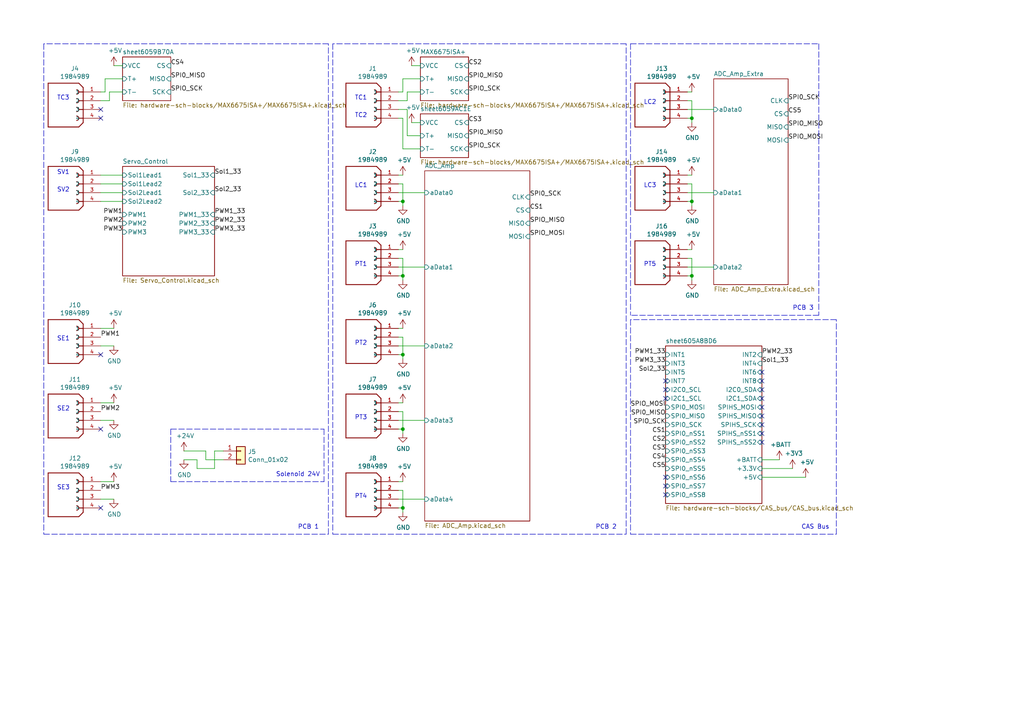
<source format=kicad_sch>
(kicad_sch (version 20211123) (generator eeschema)
  (paper "A4")
  (lib_symbols
    (symbol "Connector_Generic:Conn_01x02" (pin_names (offset 1.016) hide)
      (property "Reference" "J" (at 0 2.54 0))
      (property "Value" "Conn_01x02" (at 0 -5.08 0))
      (symbol "Conn_01x02_1_1"
        (rectangle (start -1.27 -2.413) (end 0 -2.667) (stroke (width 0.1524)))
        (rectangle (start -1.27 0.127) (end 0 -0.127) (stroke (width 0.1524)))
        (rectangle (start -1.27 1.27) (end 1.27 -3.81) (stroke (width 0.254)) (fill (type background)))
        (pin passive line (at -5.08 0 0) (length 3.81) (name "Pin_1") (number "1"))
        (pin passive line (at -5.08 -2.54 0) (length 3.81) (name "Pin_2") (number "2"))
      )
    )
    (symbol "Prop-rescue:1984989-star-common-lib" (pin_names (offset 1.016))
      (property "Reference" "J" (at -5.08 6.35 0))
      (property "Value" "1984989-star-common-lib" (at -5.08 -8.89 0))
      (symbol "1984989-star-common-lib_0_0"
        (polyline (pts (xy -5.08 -7.62) (xy -5.08 5.08)) (stroke (width 0.254)))
        (polyline (pts (xy -5.08 5.08) (xy 3.81 5.08)) (stroke (width 0.254)))
        (polyline (pts (xy 3.81 -7.62) (xy -5.08 -7.62)) (stroke (width 0.254)))
        (polyline (pts (xy 5.08 -6.35) (xy 3.81 -7.62)) (stroke (width 0.254)))
        (polyline (pts (xy 5.08 -5.08) (xy 3.81 -5.08)) (stroke (width 0.254)))
        (polyline (pts (xy 5.08 -2.54) (xy 3.81 -2.54)) (stroke (width 0.254)))
        (polyline (pts (xy 5.08 0) (xy 3.81 0)) (stroke (width 0.254)))
        (polyline (pts (xy 5.08 2.54) (xy 3.81 2.54)) (stroke (width 0.254)))
        (polyline (pts (xy 5.08 2.54) (xy 5.08 -6.35)) (stroke (width 0.254)))
        (polyline (pts (xy 5.08 3.81) (xy 3.81 5.08)) (stroke (width 0.254)))
        (polyline (pts (xy 5.08 3.81) (xy 5.08 2.54)) (stroke (width 0.254)))
        (arc (start 3.175 -5.715) (mid 3.81 -5.08) (end 3.175 -4.445) (stroke (width 0.254)))
        (arc (start 3.175 -3.175) (mid 3.81 -2.54) (end 3.175 -1.905) (stroke (width 0.254)))
        (arc (start 3.175 -0.635) (mid 3.81 0) (end 3.175 0.635) (stroke (width 0.254)))
        (arc (start 3.175 1.905) (mid 3.81 2.54) (end 3.175 3.175) (stroke (width 0.254)))
        (pin passive line (at 10.16 2.54 180) (length 5.08) (name "1") (number "1"))
        (pin passive line (at 10.16 0 180) (length 5.08) (name "2") (number "2"))
        (pin passive line (at 10.16 -2.54 180) (length 5.08) (name "3") (number "3"))
        (pin passive line (at 10.16 -5.08 180) (length 5.08) (name "4") (number "4"))
      )
    )
    (symbol "power:+24V" (power) (pin_names (offset 0))
      (property "Value" "+24V" (at 0 3.556 0))
      (symbol "+24V_0_1"
        (polyline (pts (xy -0.762 1.27) (xy 0 2.54)))
        (polyline (pts (xy 0 0) (xy 0 2.54)))
        (polyline (pts (xy 0 2.54) (xy 0.762 1.27)))
      )
      (symbol "+24V_1_1"
        (pin power_in line (at 0 0 90) (length 0) hide (name "+24V") (number "1"))
      )
    )
    (symbol "power:+3V3" (power) (pin_names (offset 0))
      (property "Value" "+3V3" (at 0 3.556 0))
      (symbol "+3V3_0_1"
        (polyline (pts (xy -0.762 1.27) (xy 0 2.54)))
        (polyline (pts (xy 0 0) (xy 0 2.54)))
        (polyline (pts (xy 0 2.54) (xy 0.762 1.27)))
      )
      (symbol "+3V3_1_1"
        (pin power_in line (at 0 0 90) (length 0) hide (name "+3V3") (number "1"))
      )
    )
    (symbol "power:+5V" (power) (pin_names (offset 0))
      (property "Value" "+5V" (at 0 3.556 0))
      (symbol "+5V_0_1"
        (polyline (pts (xy -0.762 1.27) (xy 0 2.54)))
        (polyline (pts (xy 0 0) (xy 0 2.54)))
        (polyline (pts (xy 0 2.54) (xy 0.762 1.27)))
      )
      (symbol "+5V_1_1"
        (pin power_in line (at 0 0 90) (length 0) hide (name "+5V") (number "1"))
      )
    )
    (symbol "power:+BATT" (power) (pin_names (offset 0))
      (property "Value" "+BATT" (at 0 3.556 0))
      (symbol "+BATT_0_1"
        (polyline (pts (xy -0.762 1.27) (xy 0 2.54)))
        (polyline (pts (xy 0 0) (xy 0 2.54)))
        (polyline (pts (xy 0 2.54) (xy 0.762 1.27)))
      )
      (symbol "+BATT_1_1"
        (pin power_in line (at 0 0 90) (length 0) hide (name "+BATT") (number "1"))
      )
    )
    (symbol "power:GND" (power) (pin_names (offset 0))
      (property "Value" "GND" (at 0 -3.81 0))
      (symbol "GND_0_1"
        (polyline (pts (xy 0 0) (xy 0 -1.27) (xy 1.27 -1.27) (xy 0 -2.54) (xy -1.27 -1.27) (xy 0 -1.27)))
      )
      (symbol "GND_1_1"
        (pin power_in line (at 0 0 270) (length 0) hide (name "GND") (number "1"))
      )
    )
  )
  (junction (at 116.84 102.87))
  (junction (at 200.66 34.29))
  (junction (at 116.84 147.32))
  (junction (at 116.84 58.42))
  (junction (at 116.84 80.01))
  (junction (at 200.66 58.42))
  (junction (at 116.84 124.46))
  (junction (at 200.66 80.01))
  (no_connect (at 220.98 125.73))
  (no_connect (at 220.98 118.11))
  (no_connect (at 29.21 102.87))
  (no_connect (at 220.98 120.65))
  (no_connect (at 220.98 113.03))
  (no_connect (at 193.04 143.51))
  (no_connect (at 193.04 110.49))
  (no_connect (at 220.98 128.27))
  (no_connect (at 193.04 113.03))
  (no_connect (at 193.04 115.57))
  (no_connect (at 220.98 110.49))
  (no_connect (at 220.98 115.57))
  (no_connect (at 29.21 124.46))
  (no_connect (at 220.98 123.19))
  (no_connect (at 29.21 147.32))
  (no_connect (at 220.98 107.95))
  (no_connect (at 193.04 138.43))
  (no_connect (at 29.21 31.75))
  (no_connect (at 193.04 140.97))
  (no_connect (at 29.21 34.29))
  (wire (pts (xy 200.66 59.69) (xy 200.66 58.42)))
  (wire (pts (xy 116.84 53.34) (xy 115.57 53.34)))
  (wire (pts (xy 115.57 80.01) (xy 116.84 80.01)))
  (wire (pts (xy 200.66 81.28) (xy 200.66 80.01)))
  (wire (pts (xy 200.66 53.34) (xy 199.39 53.34)))
  (wire (pts (xy 115.57 34.29) (xy 116.84 34.29)))
  (wire (pts (xy 31.75 29.21) (xy 31.75 26.67)))
  (polyline (pts (xy 242.57 154.94) (xy 242.57 92.71)))
  (wire (pts (xy 33.02 121.92) (xy 29.21 121.92)))
  (wire (pts (xy 57.15 133.35) (xy 57.15 135.89)))
  (wire (pts (xy 59.69 130.81) (xy 59.69 133.35)))
  (wire (pts (xy 199.39 31.75) (xy 207.01 31.75)))
  (wire (pts (xy 118.11 31.75) (xy 118.11 39.37)))
  (wire (pts (xy 199.39 55.88) (xy 207.01 55.88)))
  (wire (pts (xy 31.75 26.67) (xy 35.56 26.67)))
  (wire (pts (xy 35.56 58.42) (xy 29.21 58.42)))
  (wire (pts (xy 199.39 34.29) (xy 200.66 34.29)))
  (wire (pts (xy 116.84 147.32) (xy 116.84 142.24)))
  (wire (pts (xy 116.84 104.14) (xy 116.84 102.87)))
  (polyline (pts (xy 182.88 154.94) (xy 242.57 154.94)))
  (wire (pts (xy 116.84 81.28) (xy 116.84 80.01)))
  (wire (pts (xy 116.84 95.25) (xy 115.57 95.25)))
  (wire (pts (xy 233.68 138.43) (xy 220.98 138.43)))
  (wire (pts (xy 35.56 53.34) (xy 29.21 53.34)))
  (wire (pts (xy 116.84 119.38) (xy 115.57 119.38)))
  (polyline (pts (xy 95.25 12.7) (xy 12.7 12.7)))
  (wire (pts (xy 29.21 116.84) (xy 33.02 116.84)))
  (wire (pts (xy 200.66 26.67) (xy 199.39 26.67)))
  (wire (pts (xy 116.84 58.42) (xy 116.84 53.34)))
  (wire (pts (xy 116.84 102.87) (xy 116.84 97.79)))
  (wire (pts (xy 119.38 35.56) (xy 121.92 35.56)))
  (wire (pts (xy 115.57 55.88) (xy 123.19 55.88)))
  (wire (pts (xy 53.34 130.81) (xy 59.69 130.81)))
  (wire (pts (xy 59.69 133.35) (xy 64.77 133.35)))
  (wire (pts (xy 115.57 144.78) (xy 123.19 144.78)))
  (wire (pts (xy 118.11 39.37) (xy 121.92 39.37)))
  (polyline (pts (xy 49.53 124.46) (xy 49.53 139.7)))
  (wire (pts (xy 199.39 58.42) (xy 200.66 58.42)))
  (wire (pts (xy 62.23 130.81) (xy 64.77 130.81)))
  (polyline (pts (xy 242.57 92.71) (xy 182.88 92.71)))
  (polyline (pts (xy 182.88 12.7) (xy 237.49 12.7)))
  (polyline (pts (xy 237.49 12.7) (xy 237.49 91.44)))
  (wire (pts (xy 119.38 19.05) (xy 121.92 19.05)))
  (wire (pts (xy 116.84 22.86) (xy 121.92 22.86)))
  (wire (pts (xy 220.98 133.35) (xy 226.06 133.35)))
  (wire (pts (xy 116.84 80.01) (xy 116.84 74.93)))
  (wire (pts (xy 200.66 29.21) (xy 199.39 29.21)))
  (wire (pts (xy 116.84 97.79) (xy 115.57 97.79)))
  (polyline (pts (xy 96.52 154.94) (xy 181.61 154.94)))
  (wire (pts (xy 199.39 77.47) (xy 207.01 77.47)))
  (wire (pts (xy 29.21 50.8) (xy 35.56 50.8)))
  (wire (pts (xy 199.39 80.01) (xy 200.66 80.01)))
  (wire (pts (xy 115.57 77.47) (xy 123.19 77.47)))
  (wire (pts (xy 116.84 50.8) (xy 115.57 50.8)))
  (polyline (pts (xy 12.7 12.7) (xy 12.7 154.94)))
  (polyline (pts (xy 181.61 12.7) (xy 96.52 12.7)))
  (wire (pts (xy 116.84 124.46) (xy 116.84 119.38)))
  (wire (pts (xy 115.57 26.67) (xy 116.84 26.67)))
  (wire (pts (xy 33.02 139.7) (xy 29.21 139.7)))
  (wire (pts (xy 116.84 142.24) (xy 115.57 142.24)))
  (wire (pts (xy 116.84 34.29) (xy 116.84 43.18)))
  (polyline (pts (xy 237.49 91.44) (xy 182.88 91.44)))
  (wire (pts (xy 33.02 95.25) (xy 29.21 95.25)))
  (polyline (pts (xy 49.53 139.7) (xy 93.98 139.7)))
  (wire (pts (xy 118.11 29.21) (xy 115.57 29.21)))
  (wire (pts (xy 116.84 72.39) (xy 115.57 72.39)))
  (wire (pts (xy 33.02 144.78) (xy 29.21 144.78)))
  (polyline (pts (xy 181.61 154.94) (xy 181.61 12.7)))
  (wire (pts (xy 116.84 139.7) (xy 115.57 139.7)))
  (polyline (pts (xy 96.52 12.7) (xy 96.52 154.94)))
  (polyline (pts (xy 182.88 12.7) (xy 182.88 91.44)))
  (wire (pts (xy 116.84 26.67) (xy 116.84 22.86)))
  (wire (pts (xy 115.57 58.42) (xy 116.84 58.42)))
  (wire (pts (xy 29.21 55.88) (xy 35.56 55.88)))
  (wire (pts (xy 33.02 100.33) (xy 29.21 100.33)))
  (wire (pts (xy 115.57 102.87) (xy 116.84 102.87)))
  (wire (pts (xy 200.66 50.8) (xy 199.39 50.8)))
  (wire (pts (xy 115.57 31.75) (xy 118.11 31.75)))
  (wire (pts (xy 57.15 135.89) (xy 62.23 135.89)))
  (polyline (pts (xy 93.98 124.46) (xy 93.98 139.7)))
  (wire (pts (xy 200.66 58.42) (xy 200.66 53.34)))
  (polyline (pts (xy 95.25 154.94) (xy 95.25 12.7)))
  (wire (pts (xy 200.66 72.39) (xy 199.39 72.39)))
  (polyline (pts (xy 12.7 154.94) (xy 95.25 154.94)))
  (wire (pts (xy 30.48 22.86) (xy 30.48 26.67)))
  (wire (pts (xy 115.57 100.33) (xy 123.19 100.33)))
  (wire (pts (xy 116.84 116.84) (xy 115.57 116.84)))
  (polyline (pts (xy 49.53 124.46) (xy 93.98 124.46)))
  (polyline (pts (xy 182.88 92.71) (xy 182.88 154.94)))
  (wire (pts (xy 116.84 125.73) (xy 116.84 124.46)))
  (wire (pts (xy 121.92 26.67) (xy 118.11 26.67)))
  (wire (pts (xy 116.84 43.18) (xy 121.92 43.18)))
  (wire (pts (xy 30.48 22.86) (xy 35.56 22.86)))
  (wire (pts (xy 30.48 26.67) (xy 29.21 26.67)))
  (wire (pts (xy 116.84 148.59) (xy 116.84 147.32)))
  (wire (pts (xy 200.66 80.01) (xy 200.66 74.93)))
  (wire (pts (xy 229.87 135.89) (xy 220.98 135.89)))
  (wire (pts (xy 53.34 133.35) (xy 57.15 133.35)))
  (wire (pts (xy 116.84 74.93) (xy 115.57 74.93)))
  (wire (pts (xy 200.66 74.93) (xy 199.39 74.93)))
  (wire (pts (xy 200.66 34.29) (xy 200.66 29.21)))
  (wire (pts (xy 200.66 35.56) (xy 200.66 34.29)))
  (wire (pts (xy 29.21 29.21) (xy 31.75 29.21)))
  (wire (pts (xy 62.23 135.89) (xy 62.23 130.81)))
  (wire (pts (xy 35.56 19.05) (xy 33.02 19.05)))
  (wire (pts (xy 118.11 26.67) (xy 118.11 29.21)))
  (wire (pts (xy 115.57 121.92) (xy 123.19 121.92)))
  (wire (pts (xy 116.84 59.69) (xy 116.84 58.42)))
  (wire (pts (xy 115.57 147.32) (xy 116.84 147.32)))
  (wire (pts (xy 115.57 124.46) (xy 116.84 124.46)))
  (text "PCB 2" (at 172.72 153.67 0) (effects (font (size 1.27 1.27)) (justify left bottom)))
  (text "TC2" (at 102.87 34.29 0) (effects (font (size 1.27 1.27)) (justify left bottom)))
  (text "PCB 3" (at 229.87 90.17 0) (effects (font (size 1.27 1.27)) (justify left bottom)))
  (text "SV2" (at 16.51 55.88 0) (effects (font (size 1.27 1.27)) (justify left bottom)))
  (text "SE2" (at 16.51 119.38 0) (effects (font (size 1.27 1.27)) (justify left bottom)))
  (text "SV1" (at 16.51 50.8 0) (effects (font (size 1.27 1.27)) (justify left bottom)))
  (text "PT4" (at 102.87 144.78 0) (effects (font (size 1.27 1.27)) (justify left bottom)))
  (text "PCB 1" (at 86.36 153.67 0) (effects (font (size 1.27 1.27)) (justify left bottom)))
  (text "PT1" (at 102.87 77.47 0) (effects (font (size 1.27 1.27)) (justify left bottom)))
  (text "PT3" (at 102.87 121.92 0) (effects (font (size 1.27 1.27)) (justify left bottom)))
  (text "PT2" (at 102.87 100.33 0) (effects (font (size 1.27 1.27)) (justify left bottom)))
  (text "TC1" (at 102.87 29.21 0) (effects (font (size 1.27 1.27)) (justify left bottom)))
  (text "PT5" (at 186.69 77.47 0) (effects (font (size 1.27 1.27)) (justify left bottom)))
  (text "LC3" (at 186.69 54.61 0) (effects (font (size 1.27 1.27)) (justify left bottom)))
  (text "SE1" (at 16.51 99.06 0) (effects (font (size 1.27 1.27)) (justify left bottom)))
  (text "Solenoid 24V" (at 80.01 138.43 0) (effects (font (size 1.27 1.27)) (justify left bottom)))
  (text "LC2" (at 186.69 30.48 0) (effects (font (size 1.27 1.27)) (justify left bottom)))
  (text "SE3" (at 16.51 142.24 0) (effects (font (size 1.27 1.27)) (justify left bottom)))
  (text "CAS Bus" (at 232.41 153.67 0) (effects (font (size 1.27 1.27)) (justify left bottom)))
  (text "LC1" (at 102.87 54.61 0) (effects (font (size 1.27 1.27)) (justify left bottom)))
  (text "TC3" (at 16.51 29.21 0) (effects (font (size 1.27 1.27)) (justify left bottom)))
  (label "PWM2" (at 35.56 64.77 180))
  (label "SPIO_MOSI" (at 193.04 118.11 180))
  (label "CS3" (at 193.04 130.81 180))
  (label "PWM3" (at 29.21 142.24 0))
  (label "Sol2_33" (at 62.23 55.88 0))
  (label "PWM1" (at 29.21 97.79 0))
  (label "PWM1_33" (at 193.04 102.87 180))
  (label "CS3" (at 135.89 35.56 0))
  (label "SPI0_SCK" (at 153.67 57.15 0))
  (label "PWM2_33" (at 220.98 102.87 0))
  (label "SPIO_SCK" (at 49.53 26.67 0))
  (label "CS5" (at 193.04 135.89 180))
  (label "Sol1_33" (at 220.98 105.41 0))
  (label "SPI0_MISO" (at 135.89 39.37 0))
  (label "Sol2_33" (at 193.04 107.95 180))
  (label "SPIO_MOSI" (at 228.6 40.64 0))
  (label "CS1" (at 193.04 125.73 180))
  (label "CS2" (at 135.89 19.05 0))
  (label "PWM1" (at 35.56 62.23 180))
  (label "SPIO_SCK" (at 193.04 123.19 180))
  (label "SPI0_SCK" (at 228.6 29.21 0))
  (label "PWM2_33" (at 62.23 64.77 0))
  (label "SPI0_MISO" (at 135.89 22.86 0))
  (label "PWM3" (at 35.56 67.31 180))
  (label "SPIO_MISO" (at 153.67 64.77 0))
  (label "CS4" (at 49.53 19.05 0))
  (label "CS1" (at 153.67 60.96 0))
  (label "Sol1_33" (at 62.23 50.8 0))
  (label "CS4" (at 193.04 133.35 180))
  (label "PWM2" (at 29.21 119.38 0))
  (label "SPIO_SCK" (at 135.89 26.67 0))
  (label "SPI0_MISO" (at 193.04 120.65 180))
  (label "PWM3_33" (at 193.04 105.41 180))
  (label "SPIO_SCK" (at 135.89 43.18 0))
  (label "SPIO_MOSI" (at 153.67 68.58 0))
  (label "CS5" (at 228.6 33.02 0))
  (label "CS2" (at 193.04 128.27 180))
  (label "SPIO_MISO" (at 228.6 36.83 0))
  (label "SPI0_MISO" (at 49.53 22.86 0))
  (label "PWM3_33" (at 62.23 67.31 0))
  (label "PWM1_33" (at 62.23 62.23 0))
  (symbol (lib_id "Prop-rescue:1984989-star-common-lib") (at 105.41 29.21 0) (unit 1)
    (property "Reference" "J1" (at 108.077 19.8882 0))
    (property "Value" "1984989" (at 108.077 22.1996 0))
    (property "Footprint" "star-common-lib:PHOENIX_1984989" (effects hide))
    (property "Datasheet" "https://media.digikey.com/pdf/Data%20Sheets/Phoenix%20Contact%20PDFs/COMBICON%20Spring-Cage%20PCB%20Term.%20Blocks.pdf" (effects hide))
    (property "MAXIMUM_PACKAGE_HEIGHT" "13.1mm" (effects hide))
    (property "MANUFACTURER" "Phoenix Contact" (effects hide))
    (property "PARTREV" "2018-11-03" (effects hide))
    (property "STANDARD" "Manufacturer recommendations" (effects hide))
  )
  (symbol (lib_id "Prop-rescue:1984989-star-common-lib") (at 19.05 29.21 0) (unit 1)
    (property "Reference" "J4" (at 21.717 19.8882 0))
    (property "Value" "1984989" (at 21.717 22.1996 0))
    (property "Footprint" "star-common-lib:PHOENIX_1984989" (effects hide))
    (property "Datasheet" "https://media.digikey.com/pdf/Data%20Sheets/Phoenix%20Contact%20PDFs/COMBICON%20Spring-Cage%20PCB%20Term.%20Blocks.pdf" (effects hide))
    (property "MAXIMUM_PACKAGE_HEIGHT" "13.1mm" (effects hide))
    (property "MANUFACTURER" "Phoenix Contact" (effects hide))
    (property "PARTREV" "2018-11-03" (effects hide))
    (property "STANDARD" "Manufacturer recommendations" (effects hide))
  )
  (symbol (lib_id "Prop-rescue:1984989-star-common-lib") (at 105.41 53.34 0) (unit 1)
    (property "Reference" "J2" (at 108.077 44.0182 0))
    (property "Value" "1984989" (at 108.077 46.3296 0))
    (property "Footprint" "star-common-lib:PHOENIX_1984989" (effects hide))
    (property "Datasheet" "https://media.digikey.com/pdf/Data%20Sheets/Phoenix%20Contact%20PDFs/COMBICON%20Spring-Cage%20PCB%20Term.%20Blocks.pdf" (effects hide))
    (property "MAXIMUM_PACKAGE_HEIGHT" "13.1mm" (effects hide))
    (property "MANUFACTURER" "Phoenix Contact" (effects hide))
    (property "PARTREV" "2018-11-03" (effects hide))
    (property "STANDARD" "Manufacturer recommendations" (effects hide))
  )
  (symbol (lib_id "power:+3V3") (at 229.87 135.89 0) (unit 1)
    (property "Reference" "#PWR0107" (effects hide))
    (property "Value" "+3V3" (at 230.251 131.4958 0))
  )
  (symbol (lib_id "power:+BATT") (at 226.06 133.35 0) (unit 1)
    (property "Reference" "#PWR0108" (effects hide))
    (property "Value" "+BATT" (at 226.441 128.9558 0))
  )
  (symbol (lib_id "power:+5V") (at 233.68 138.43 0) (unit 1)
    (property "Reference" "#PWR0109" (effects hide))
    (property "Value" "+5V" (at 234.061 134.0358 0))
  )
  (symbol (lib_id "power:+5V") (at 119.38 35.56 0) (unit 1)
    (property "Reference" "#PWR0110" (effects hide))
    (property "Value" "+5V" (at 119.761 31.1658 0))
  )
  (symbol (lib_id "power:+5V") (at 119.38 19.05 0) (unit 1)
    (property "Reference" "#PWR0111" (effects hide))
    (property "Value" "+5V" (at 119.761 14.6558 0))
  )
  (symbol (lib_id "power:+5V") (at 33.02 19.05 0) (unit 1)
    (property "Reference" "#PWR0112" (effects hide))
    (property "Value" "+5V" (at 33.401 14.6558 0))
  )
  (symbol (lib_id "Prop-rescue:1984989-star-common-lib") (at 105.41 74.93 0) (unit 1)
    (property "Reference" "J3" (at 108.077 65.6082 0))
    (property "Value" "1984989" (at 108.077 67.9196 0))
    (property "Footprint" "star-common-lib:PHOENIX_1984989" (effects hide))
    (property "Datasheet" "https://media.digikey.com/pdf/Data%20Sheets/Phoenix%20Contact%20PDFs/COMBICON%20Spring-Cage%20PCB%20Term.%20Blocks.pdf" (effects hide))
    (property "MAXIMUM_PACKAGE_HEIGHT" "13.1mm" (effects hide))
    (property "MANUFACTURER" "Phoenix Contact" (effects hide))
    (property "PARTREV" "2018-11-03" (effects hide))
    (property "STANDARD" "Manufacturer recommendations" (effects hide))
  )
  (symbol (lib_id "Prop-rescue:1984989-star-common-lib") (at 105.41 97.79 0) (unit 1)
    (property "Reference" "J6" (at 108.077 88.4682 0))
    (property "Value" "1984989" (at 108.077 90.7796 0))
    (property "Footprint" "star-common-lib:PHOENIX_1984989" (effects hide))
    (property "Datasheet" "https://media.digikey.com/pdf/Data%20Sheets/Phoenix%20Contact%20PDFs/COMBICON%20Spring-Cage%20PCB%20Term.%20Blocks.pdf" (effects hide))
    (property "MAXIMUM_PACKAGE_HEIGHT" "13.1mm" (effects hide))
    (property "MANUFACTURER" "Phoenix Contact" (effects hide))
    (property "PARTREV" "2018-11-03" (effects hide))
    (property "STANDARD" "Manufacturer recommendations" (effects hide))
  )
  (symbol (lib_id "Prop-rescue:1984989-star-common-lib") (at 105.41 119.38 0) (unit 1)
    (property "Reference" "J7" (at 108.077 110.0582 0))
    (property "Value" "1984989" (at 108.077 112.3696 0))
    (property "Footprint" "star-common-lib:PHOENIX_1984989" (effects hide))
    (property "Datasheet" "https://media.digikey.com/pdf/Data%20Sheets/Phoenix%20Contact%20PDFs/COMBICON%20Spring-Cage%20PCB%20Term.%20Blocks.pdf" (effects hide))
    (property "MAXIMUM_PACKAGE_HEIGHT" "13.1mm" (effects hide))
    (property "MANUFACTURER" "Phoenix Contact" (effects hide))
    (property "PARTREV" "2018-11-03" (effects hide))
    (property "STANDARD" "Manufacturer recommendations" (effects hide))
  )
  (symbol (lib_id "Prop-rescue:1984989-star-common-lib") (at 105.41 142.24 0) (unit 1)
    (property "Reference" "J8" (at 108.077 132.9182 0))
    (property "Value" "1984989" (at 108.077 135.2296 0))
    (property "Footprint" "star-common-lib:PHOENIX_1984989" (effects hide))
    (property "Datasheet" "https://media.digikey.com/pdf/Data%20Sheets/Phoenix%20Contact%20PDFs/COMBICON%20Spring-Cage%20PCB%20Term.%20Blocks.pdf" (effects hide))
    (property "MAXIMUM_PACKAGE_HEIGHT" "13.1mm" (effects hide))
    (property "MANUFACTURER" "Phoenix Contact" (effects hide))
    (property "PARTREV" "2018-11-03" (effects hide))
    (property "STANDARD" "Manufacturer recommendations" (effects hide))
  )
  (symbol (lib_id "Prop-rescue:1984989-star-common-lib") (at 19.05 53.34 0) (unit 1)
    (property "Reference" "J9" (at 21.717 44.0182 0))
    (property "Value" "1984989" (at 21.717 46.3296 0))
    (property "Footprint" "star-common-lib:PHOENIX_1984989" (effects hide))
    (property "Datasheet" "https://media.digikey.com/pdf/Data%20Sheets/Phoenix%20Contact%20PDFs/COMBICON%20Spring-Cage%20PCB%20Term.%20Blocks.pdf" (effects hide))
    (property "MAXIMUM_PACKAGE_HEIGHT" "13.1mm" (effects hide))
    (property "MANUFACTURER" "Phoenix Contact" (effects hide))
    (property "PARTREV" "2018-11-03" (effects hide))
    (property "STANDARD" "Manufacturer recommendations" (effects hide))
  )
  (symbol (lib_id "Prop-rescue:1984989-star-common-lib") (at 19.05 97.79 0) (unit 1)
    (property "Reference" "J10" (at 21.717 88.4682 0))
    (property "Value" "1984989" (at 21.717 90.7796 0))
    (property "Footprint" "star-common-lib:PHOENIX_1984989" (effects hide))
    (property "Datasheet" "https://media.digikey.com/pdf/Data%20Sheets/Phoenix%20Contact%20PDFs/COMBICON%20Spring-Cage%20PCB%20Term.%20Blocks.pdf" (effects hide))
    (property "MAXIMUM_PACKAGE_HEIGHT" "13.1mm" (effects hide))
    (property "MANUFACTURER" "Phoenix Contact" (effects hide))
    (property "PARTREV" "2018-11-03" (effects hide))
    (property "STANDARD" "Manufacturer recommendations" (effects hide))
  )
  (symbol (lib_id "Prop-rescue:1984989-star-common-lib") (at 19.05 119.38 0) (unit 1)
    (property "Reference" "J11" (at 21.717 110.0582 0))
    (property "Value" "1984989" (at 21.717 112.3696 0))
    (property "Footprint" "star-common-lib:PHOENIX_1984989" (effects hide))
    (property "Datasheet" "https://media.digikey.com/pdf/Data%20Sheets/Phoenix%20Contact%20PDFs/COMBICON%20Spring-Cage%20PCB%20Term.%20Blocks.pdf" (effects hide))
    (property "MAXIMUM_PACKAGE_HEIGHT" "13.1mm" (effects hide))
    (property "MANUFACTURER" "Phoenix Contact" (effects hide))
    (property "PARTREV" "2018-11-03" (effects hide))
    (property "STANDARD" "Manufacturer recommendations" (effects hide))
  )
  (symbol (lib_id "Prop-rescue:1984989-star-common-lib") (at 19.05 142.24 0) (unit 1)
    (property "Reference" "J12" (at 21.717 132.9182 0))
    (property "Value" "1984989" (at 21.717 135.2296 0))
    (property "Footprint" "star-common-lib:PHOENIX_1984989" (effects hide))
    (property "Datasheet" "https://media.digikey.com/pdf/Data%20Sheets/Phoenix%20Contact%20PDFs/COMBICON%20Spring-Cage%20PCB%20Term.%20Blocks.pdf" (effects hide))
    (property "MAXIMUM_PACKAGE_HEIGHT" "13.1mm" (effects hide))
    (property "MANUFACTURER" "Phoenix Contact" (effects hide))
    (property "PARTREV" "2018-11-03" (effects hide))
    (property "STANDARD" "Manufacturer recommendations" (effects hide))
  )
  (symbol (lib_id "Prop-rescue:1984989-star-common-lib") (at 189.23 53.34 0) (unit 1)
    (property "Reference" "J14" (at 191.897 44.0182 0))
    (property "Value" "1984989" (at 191.897 46.3296 0))
    (property "Footprint" "star-common-lib:PHOENIX_1984989" (effects hide))
    (property "Datasheet" "https://media.digikey.com/pdf/Data%20Sheets/Phoenix%20Contact%20PDFs/COMBICON%20Spring-Cage%20PCB%20Term.%20Blocks.pdf" (effects hide))
    (property "MAXIMUM_PACKAGE_HEIGHT" "13.1mm" (effects hide))
    (property "MANUFACTURER" "Phoenix Contact" (effects hide))
    (property "PARTREV" "2018-11-03" (effects hide))
    (property "STANDARD" "Manufacturer recommendations" (effects hide))
  )
  (symbol (lib_id "Prop-rescue:1984989-star-common-lib") (at 189.23 29.21 0) (unit 1)
    (property "Reference" "J13" (at 191.897 19.8882 0))
    (property "Value" "1984989" (at 191.897 22.1996 0))
    (property "Footprint" "star-common-lib:PHOENIX_1984989" (effects hide))
    (property "Datasheet" "https://media.digikey.com/pdf/Data%20Sheets/Phoenix%20Contact%20PDFs/COMBICON%20Spring-Cage%20PCB%20Term.%20Blocks.pdf" (effects hide))
    (property "MAXIMUM_PACKAGE_HEIGHT" "13.1mm" (effects hide))
    (property "MANUFACTURER" "Phoenix Contact" (effects hide))
    (property "PARTREV" "2018-11-03" (effects hide))
    (property "STANDARD" "Manufacturer recommendations" (effects hide))
  )
  (symbol (lib_id "power:+5V") (at 33.02 95.25 0) (unit 1)
    (property "Reference" "#PWR0142" (effects hide))
    (property "Value" "+5V" (at 33.401 90.8558 0))
  )
  (symbol (lib_id "power:+5V") (at 33.02 116.84 0) (unit 1)
    (property "Reference" "#PWR0143" (effects hide))
    (property "Value" "+5V" (at 33.401 112.4458 0))
  )
  (symbol (lib_id "power:+5V") (at 33.02 139.7 0) (unit 1)
    (property "Reference" "#PWR0144" (effects hide))
    (property "Value" "+5V" (at 33.401 135.3058 0))
  )
  (symbol (lib_id "power:GND") (at 33.02 100.33 0) (unit 1)
    (property "Reference" "#PWR0145" (effects hide))
    (property "Value" "GND" (at 33.147 104.7242 0))
  )
  (symbol (lib_id "power:GND") (at 33.02 121.92 0) (unit 1)
    (property "Reference" "#PWR0146" (effects hide))
    (property "Value" "GND" (at 33.147 126.3142 0))
  )
  (symbol (lib_id "power:GND") (at 33.02 144.78 0) (unit 1)
    (property "Reference" "#PWR0147" (effects hide))
    (property "Value" "GND" (at 33.147 149.1742 0))
  )
  (symbol (lib_id "power:+24V") (at 53.34 130.81 0) (unit 1)
    (property "Reference" "#PWR0155" (effects hide))
    (property "Value" "+24V" (at 53.721 126.4158 0))
  )
  (symbol (lib_id "power:GND") (at 53.34 133.35 0) (unit 1)
    (property "Reference" "#PWR0161" (effects hide))
    (property "Value" "GND" (at 53.467 137.7442 0))
  )
  (symbol (lib_id "Prop-rescue:1984989-star-common-lib") (at 189.23 74.93 0) (unit 1)
    (property "Reference" "J16" (at 191.897 65.6082 0))
    (property "Value" "1984989" (at 191.897 67.9196 0))
    (property "Footprint" "star-common-lib:PHOENIX_1984989" (effects hide))
    (property "Datasheet" "https://media.digikey.com/pdf/Data%20Sheets/Phoenix%20Contact%20PDFs/COMBICON%20Spring-Cage%20PCB%20Term.%20Blocks.pdf" (effects hide))
    (property "MAXIMUM_PACKAGE_HEIGHT" "13.1mm" (effects hide))
    (property "MANUFACTURER" "Phoenix Contact" (effects hide))
    (property "PARTREV" "2018-11-03" (effects hide))
    (property "STANDARD" "Manufacturer recommendations" (effects hide))
  )
  (symbol (lib_id "power:+5V") (at 116.84 50.8 0) (unit 1)
    (property "Reference" "#PWR0186" (effects hide))
    (property "Value" "+5V" (at 117.221 46.4058 0))
  )
  (symbol (lib_id "power:GND") (at 116.84 59.69 0) (unit 1)
    (property "Reference" "#PWR0187" (effects hide))
    (property "Value" "GND" (at 116.967 64.0842 0))
  )
  (symbol (lib_id "power:+5V") (at 116.84 72.39 0) (unit 1)
    (property "Reference" "#PWR0188" (effects hide))
    (property "Value" "+5V" (at 117.221 67.9958 0))
  )
  (symbol (lib_id "power:GND") (at 116.84 81.28 0) (unit 1)
    (property "Reference" "#PWR0189" (effects hide))
    (property "Value" "GND" (at 116.967 85.6742 0))
  )
  (symbol (lib_id "power:+5V") (at 116.84 95.25 0) (unit 1)
    (property "Reference" "#PWR0190" (effects hide))
    (property "Value" "+5V" (at 117.221 90.8558 0))
  )
  (symbol (lib_id "power:GND") (at 116.84 104.14 0) (unit 1)
    (property "Reference" "#PWR0191" (effects hide))
    (property "Value" "GND" (at 116.967 108.5342 0))
  )
  (symbol (lib_id "power:+5V") (at 116.84 116.84 0) (unit 1)
    (property "Reference" "#PWR0192" (effects hide))
    (property "Value" "+5V" (at 117.221 112.4458 0))
  )
  (symbol (lib_id "power:GND") (at 116.84 125.73 0) (unit 1)
    (property "Reference" "#PWR0193" (effects hide))
    (property "Value" "GND" (at 116.967 130.1242 0))
  )
  (symbol (lib_id "power:+5V") (at 116.84 139.7 0) (unit 1)
    (property "Reference" "#PWR0194" (effects hide))
    (property "Value" "+5V" (at 117.221 135.3058 0))
  )
  (symbol (lib_id "power:GND") (at 116.84 148.59 0) (unit 1)
    (property "Reference" "#PWR0195" (effects hide))
    (property "Value" "GND" (at 116.967 152.9842 0))
  )
  (symbol (lib_id "power:+5V") (at 200.66 26.67 0) (unit 1)
    (property "Reference" "#PWR0196" (effects hide))
    (property "Value" "+5V" (at 201.041 22.2758 0))
  )
  (symbol (lib_id "power:GND") (at 200.66 35.56 0) (unit 1)
    (property "Reference" "#PWR0197" (effects hide))
    (property "Value" "GND" (at 200.787 39.9542 0))
  )
  (symbol (lib_id "power:+5V") (at 200.66 50.8 0) (unit 1)
    (property "Reference" "#PWR0198" (effects hide))
    (property "Value" "+5V" (at 201.041 46.4058 0))
  )
  (symbol (lib_id "power:GND") (at 200.66 59.69 0) (unit 1)
    (property "Reference" "#PWR0199" (effects hide))
    (property "Value" "GND" (at 200.787 64.0842 0))
  )
  (symbol (lib_id "power:+5V") (at 200.66 72.39 0) (unit 1)
    (property "Reference" "#PWR0200" (effects hide))
    (property "Value" "+5V" (at 201.041 67.9958 0))
  )
  (symbol (lib_id "power:GND") (at 200.66 81.28 0) (unit 1)
    (property "Reference" "#PWR0201" (effects hide))
    (property "Value" "GND" (at 200.787 85.6742 0))
  )
  (symbol (lib_id "Connector_Generic:Conn_01x02") (at 69.85 130.81 0) (unit 1)
    (property "Reference" "J5" (at 71.882 131.0132 0) (effects (justify left)))
    (property "Value" "Conn_01x02" (at 71.882 133.3246 0) (effects (justify left)))
    (property "Footprint" "Connector_Molex:Molex_Mini-Fit_Jr_5569-02A2_2x01_P4.20mm_Horizontal" (effects hide))
  )
  (sheet (at 121.92 16.51) (size 13.97 12.7)
    (property "Sheet name" "MAX6675ISA+" (at 121.92 15.7984 0) (effects (justify left bottom)))
    (property "Sheet file" "hardware-sch-blocks/MAX6675ISA+/MAX6675ISA+.kicad_sch" (at 121.92 29.7946 0) (effects (justify left top)))
    (pin "MISO" input (at 135.89 22.86 0))
    (pin "SCK" input (at 135.89 26.67 0))
    (pin "T+" input (at 121.92 22.86 180))
    (pin "T-" input (at 121.92 26.67 180))
    (pin "CS" input (at 135.89 19.05 0))
    (pin "VCC" input (at 121.92 19.05 180))
  )
  (sheet (at 121.92 33.02) (size 13.97 12.7)
    (property "Sheet name" "sheet6059AC1E" (at 121.92 32.3084 0) (effects (justify left bottom)))
    (property "Sheet file" "hardware-sch-blocks/MAX6675ISA+/MAX6675ISA+.kicad_sch" (at 121.92 46.3046 0) (effects (justify left top)))
    (pin "MISO" input (at 135.89 39.37 0))
    (pin "SCK" input (at 135.89 43.18 0))
    (pin "T+" input (at 121.92 39.37 180))
    (pin "T-" input (at 121.92 43.18 180))
    (pin "CS" input (at 135.89 35.56 0))
    (pin "VCC" input (at 121.92 35.56 180))
  )
  (sheet (at 35.56 16.51) (size 13.97 12.7)
    (property "Sheet name" "sheet6059B70A" (at 35.56 15.7984 0) (effects (justify left bottom)))
    (property "Sheet file" "hardware-sch-blocks/MAX6675ISA+/MAX6675ISA+.kicad_sch" (at 35.56 29.7946 0) (effects (justify left top)))
    (pin "MISO" input (at 49.53 22.86 0))
    (pin "SCK" input (at 49.53 26.67 0))
    (pin "T+" input (at 35.56 22.86 180))
    (pin "T-" input (at 35.56 26.67 180))
    (pin "CS" input (at 49.53 19.05 0))
    (pin "VCC" input (at 35.56 19.05 180))
  )
  (sheet (at 193.04 100.33) (size 27.94 45.72)
    (property "Sheet name" "sheet605A8BD6" (at 193.04 99.6184 0) (effects (justify left bottom)))
    (property "Sheet file" "hardware-sch-blocks/CAS_bus/CAS_bus.kicad_sch" (at 193.04 146.6346 0) (effects (justify left top)))
    (pin "INT1" input (at 193.04 102.87 180))
    (pin "INT3" input (at 193.04 105.41 180))
    (pin "INT5" input (at 193.04 107.95 180))
    (pin "I2C0_SCL" input (at 193.04 113.03 180))
    (pin "I2C1_SCL" input (at 193.04 115.57 180))
    (pin "INT7" input (at 193.04 110.49 180))
    (pin "INT2" input (at 220.98 102.87 0))
    (pin "INT4" input (at 220.98 105.41 0))
    (pin "INT6" input (at 220.98 107.95 0))
    (pin "I2C0_SDA" input (at 220.98 113.03 0))
    (pin "I2C1_SDA" input (at 220.98 115.57 0))
    (pin "INT8" input (at 220.98 110.49 0))
    (pin "SPI0_nSS2" input (at 193.04 128.27 180))
    (pin "SPI0_nSS3" input (at 193.04 130.81 180))
    (pin "SPI0_nSS4" input (at 193.04 133.35 180))
    (pin "SPI0_nSS5" input (at 193.04 135.89 180))
    (pin "SPI0_nSS6" input (at 193.04 138.43 180))
    (pin "SPI0_nSS7" input (at 193.04 140.97 180))
    (pin "SPI0_nSS8" input (at 193.04 143.51 180))
    (pin "SPIHS_SCK" input (at 220.98 123.19 0))
    (pin "SPIHS_MISO" input (at 220.98 120.65 0))
    (pin "SPIHS_MOSI" input (at 220.98 118.11 0))
    (pin "SPIHS_nSS1" input (at 220.98 125.73 0))
    (pin "SPIHS_nSS2" input (at 220.98 128.27 0))
    (pin "+3.3V" input (at 220.98 135.89 0))
    (pin "+5V" input (at 220.98 138.43 0))
    (pin "+BATT" input (at 220.98 133.35 0))
    (pin "SPI0_MOSI" input (at 193.04 118.11 180))
    (pin "SPI0_MISO" input (at 193.04 120.65 180))
    (pin "SPI0_SCK" input (at 193.04 123.19 180))
    (pin "SPI0_nSS1" input (at 193.04 125.73 180))
  )
  (sheet (at 123.19 49.53) (size 30.48 101.6)
    (property "Sheet name" "ADC_Amp" (at 123.19 48.8184 0) (effects (justify left bottom)))
    (property "Sheet file" "ADC_Amp.kicad_sch" (at 123.19 151.7146 0) (effects (justify left top)))
    (pin "CLK" input (at 153.67 57.15 0))
    (pin "CS" input (at 153.67 60.96 0))
    (pin "MISO" input (at 153.67 64.77 0))
    (pin "MOSI" input (at 153.67 68.58 0))
    (pin "aData3" input (at 123.19 121.92 180))
    (pin "aData2" input (at 123.19 100.33 180))
    (pin "aData1" input (at 123.19 77.47 180))
    (pin "aData0" input (at 123.19 55.88 180))
    (pin "aData4" input (at 123.19 144.78 180))
  )
  (sheet (at 207.01 22.86) (size 21.59 59.69)
    (property "Sheet name" "ADC_Amp_Extra" (at 207.01 22.1484 0) (effects (justify left bottom)))
    (property "Sheet file" "ADC_Amp_Extra.kicad_sch" (at 207.01 83.1346 0) (effects (justify left top)))
    (pin "CLK" input (at 228.6 29.21 0))
    (pin "CS" input (at 228.6 33.02 0))
    (pin "MISO" input (at 228.6 36.83 0))
    (pin "MOSI" input (at 228.6 40.64 0))
    (pin "aData1" input (at 207.01 55.88 180))
    (pin "aData0" input (at 207.01 31.75 180))
    (pin "aData2" input (at 207.01 77.47 180))
  )
  (sheet (at 35.56 48.26) (size 26.67 31.75)
    (property "Sheet name" "Servo_Control" (at 35.56 47.5484 0) (effects (justify left bottom)))
    (property "Sheet file" "Servo_Control.kicad_sch" (at 35.56 80.5946 0) (effects (justify left top)))
    (pin "Sol1Lead1" input (at 35.56 50.8 180))
    (pin "Sol1Lead2" input (at 35.56 53.34 180))
    (pin "Sol2Lead1" input (at 35.56 55.88 180))
    (pin "Sol2Lead2" input (at 35.56 58.42 180))
    (pin "Sol1_33" input (at 62.23 50.8 0))
    (pin "Sol2_33" input (at 62.23 55.88 0))
    (pin "PWM1_33" input (at 62.23 62.23 0))
    (pin "PWM2_33" input (at 62.23 64.77 0))
    (pin "PWM3_33" input (at 62.23 67.31 0))
    (pin "PWM1" input (at 35.56 62.23 180))
    (pin "PWM2" input (at 35.56 64.77 180))
    (pin "PWM3" input (at 35.56 67.31 180))
  )
)
</source>
